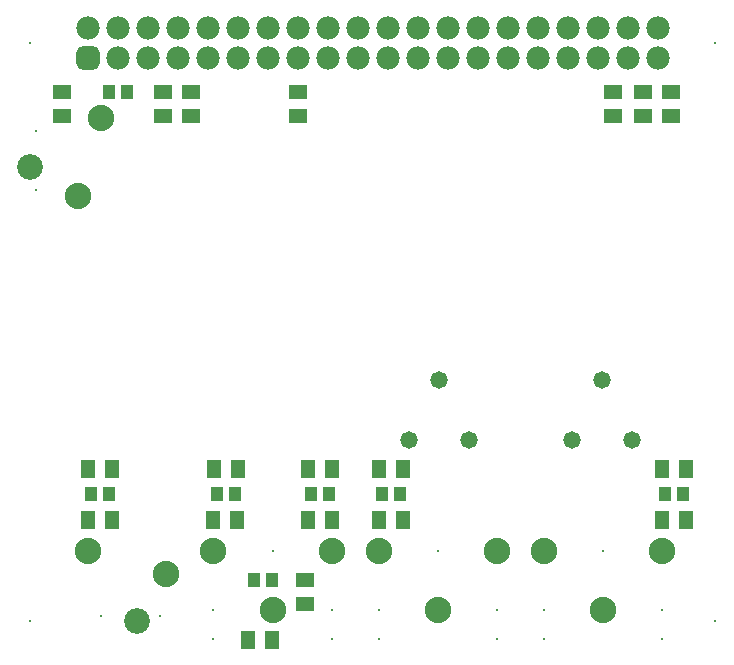
<source format=gbs>
G04*
G04 #@! TF.GenerationSoftware,Altium Limited,Altium Designer,20.2.4 (192)*
G04*
G04 Layer_Color=16711935*
%FSLAX25Y25*%
%MOIN*%
G70*
G04*
G04 #@! TF.SameCoordinates,F9DD2519-DED0-4D21-AB53-5B03216E6D2C*
G04*
G04*
G04 #@! TF.FilePolarity,Negative*
G04*
G01*
G75*
%ADD26R,0.04200X0.05000*%
%ADD27R,0.04800X0.06300*%
%ADD31R,0.06300X0.04800*%
%ADD36C,0.05800*%
%ADD37C,0.08800*%
%ADD38C,0.00800*%
%ADD39C,0.07800*%
G04:AMPARAMS|DCode=40|XSize=78mil|YSize=78mil|CornerRadius=21.5mil|HoleSize=0mil|Usage=FLASHONLY|Rotation=0.000|XOffset=0mil|YOffset=0mil|HoleType=Round|Shape=RoundedRectangle|*
%AMROUNDEDRECTD40*
21,1,0.07800,0.03500,0,0,0.0*
21,1,0.03500,0.07800,0,0,0.0*
1,1,0.04300,0.01750,-0.01750*
1,1,0.04300,-0.01750,-0.01750*
1,1,0.04300,-0.01750,0.01750*
1,1,0.04300,0.01750,0.01750*
%
%ADD40ROUNDEDRECTD40*%
%ADD41C,0.08600*%
D26*
X7000Y-11500D02*
D03*
X13000D02*
D03*
X55500Y-174000D02*
D03*
X61500D02*
D03*
X42882Y-145500D02*
D03*
X48882D02*
D03*
X198500D02*
D03*
X192500D02*
D03*
X104000D02*
D03*
X98000D02*
D03*
X1032Y-145468D02*
D03*
X7032D02*
D03*
X74221Y-145520D02*
D03*
X80221D02*
D03*
D27*
X61500Y-194000D02*
D03*
X53500D02*
D03*
X199500Y-137000D02*
D03*
X191500D02*
D03*
X49882D02*
D03*
X41882D02*
D03*
X41850Y-154032D02*
D03*
X49850D02*
D03*
X191500Y-154000D02*
D03*
X199500D02*
D03*
X105000Y-137000D02*
D03*
X97000D02*
D03*
Y-154000D02*
D03*
X105000D02*
D03*
X73200D02*
D03*
X81200D02*
D03*
X81221Y-137021D02*
D03*
X73220D02*
D03*
X32Y-136969D02*
D03*
X8032D02*
D03*
X8000Y-154000D02*
D03*
X0D02*
D03*
D31*
X194500Y-19500D02*
D03*
Y-11500D02*
D03*
X25000D02*
D03*
Y-19500D02*
D03*
X-8500Y-11500D02*
D03*
Y-19500D02*
D03*
X175000Y-11500D02*
D03*
Y-19500D02*
D03*
X185000Y-11500D02*
D03*
Y-19500D02*
D03*
X70000Y-11500D02*
D03*
Y-19500D02*
D03*
X34500Y-11500D02*
D03*
Y-19500D02*
D03*
X72500Y-174000D02*
D03*
Y-182000D02*
D03*
D36*
X161500Y-127500D02*
D03*
X181500D02*
D03*
X171500Y-107500D02*
D03*
X107000Y-127500D02*
D03*
X127000D02*
D03*
X117000Y-107500D02*
D03*
D37*
X152087Y-164291D02*
D03*
X191457D02*
D03*
X171772Y-183976D02*
D03*
X96969Y-164291D02*
D03*
X136339D02*
D03*
X116654Y-183976D02*
D03*
X41850Y-164291D02*
D03*
X81221D02*
D03*
X61535Y-183976D02*
D03*
X4449Y-20197D02*
D03*
X-3425Y-46181D02*
D03*
X26102Y-172165D02*
D03*
X118Y-164291D02*
D03*
D38*
X171772Y-164291D02*
D03*
X152087Y-193819D02*
D03*
X191457D02*
D03*
X152087Y-183976D02*
D03*
X191457D02*
D03*
X116654Y-164291D02*
D03*
X96969Y-193819D02*
D03*
X136339D02*
D03*
X96969Y-183976D02*
D03*
X136339D02*
D03*
X61535Y-164291D02*
D03*
X41850Y-193819D02*
D03*
X81221D02*
D03*
X41850Y-183976D02*
D03*
X81221D02*
D03*
X209173Y5000D02*
D03*
X-19173D02*
D03*
X209173Y-187913D02*
D03*
X-19173D02*
D03*
X-17205Y-44213D02*
D03*
Y-24528D02*
D03*
X4449Y-185945D02*
D03*
X24134D02*
D03*
D39*
X0Y10000D02*
D03*
X10000D02*
D03*
X20000D02*
D03*
X30000D02*
D03*
X40000D02*
D03*
X50000D02*
D03*
X60000D02*
D03*
X70000D02*
D03*
X80000D02*
D03*
X90000D02*
D03*
X100000D02*
D03*
X110000D02*
D03*
X120000D02*
D03*
X130000D02*
D03*
X140000D02*
D03*
X150000D02*
D03*
X160000D02*
D03*
X170000D02*
D03*
X180000D02*
D03*
X190000D02*
D03*
X10000Y0D02*
D03*
X20000D02*
D03*
X30000D02*
D03*
X40000D02*
D03*
X50000D02*
D03*
X60000D02*
D03*
X70000D02*
D03*
X80000D02*
D03*
X90000D02*
D03*
X100000D02*
D03*
X110000D02*
D03*
X120000D02*
D03*
X130000D02*
D03*
X140000D02*
D03*
X150000D02*
D03*
X160000D02*
D03*
X170000D02*
D03*
X180000D02*
D03*
X190000D02*
D03*
D40*
X0D02*
D03*
D41*
X-19173Y-36339D02*
D03*
X16260Y-187913D02*
D03*
M02*

</source>
